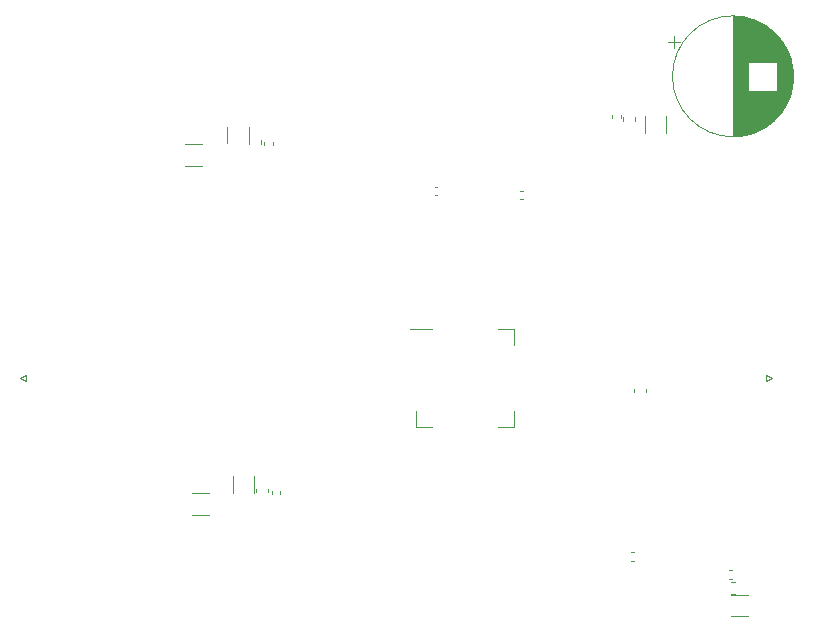
<source format=gto>
G04 #@! TF.GenerationSoftware,KiCad,Pcbnew,(5.1.9)-1*
G04 #@! TF.CreationDate,2022-02-07T19:04:32+01:00*
G04 #@! TF.ProjectId,AmplificadorV2,416d706c-6966-4696-9361-646f7256322e,rev?*
G04 #@! TF.SameCoordinates,Original*
G04 #@! TF.FileFunction,Legend,Top*
G04 #@! TF.FilePolarity,Positive*
%FSLAX46Y46*%
G04 Gerber Fmt 4.6, Leading zero omitted, Abs format (unit mm)*
G04 Created by KiCad (PCBNEW (5.1.9)-1) date 2022-02-07 19:04:32*
%MOMM*%
%LPD*%
G01*
G04 APERTURE LIST*
%ADD10C,0.120000*%
G04 APERTURE END LIST*
D10*
X5831864Y24887600D02*
X4377736Y24887600D01*
X5831864Y23067600D02*
X4377736Y23067600D01*
X6416064Y-4652600D02*
X4961936Y-4652600D01*
X6416064Y-6472600D02*
X4961936Y-6472600D01*
X54092400Y5105400D02*
X53592400Y5355400D01*
X53592400Y5355400D02*
X53592400Y4855400D01*
X53592400Y4855400D02*
X54092400Y5105400D01*
X-9566200Y5105400D02*
X-9066200Y4855400D01*
X-9066200Y4855400D02*
X-9066200Y5355400D01*
X-9066200Y5355400D02*
X-9566200Y5105400D01*
X45805754Y34007400D02*
X45805754Y33007400D01*
X45305754Y33507400D02*
X46305754Y33507400D01*
X55866400Y31231400D02*
X55866400Y30033400D01*
X55826400Y31494400D02*
X55826400Y29770400D01*
X55786400Y31694400D02*
X55786400Y29570400D01*
X55746400Y31862400D02*
X55746400Y29402400D01*
X55706400Y32010400D02*
X55706400Y29254400D01*
X55666400Y32142400D02*
X55666400Y29122400D01*
X55626400Y32262400D02*
X55626400Y29002400D01*
X55586400Y32374400D02*
X55586400Y28890400D01*
X55546400Y32478400D02*
X55546400Y28786400D01*
X55506400Y32576400D02*
X55506400Y28688400D01*
X55466400Y32669400D02*
X55466400Y28595400D01*
X55426400Y32757400D02*
X55426400Y28507400D01*
X55386400Y32841400D02*
X55386400Y28423400D01*
X55346400Y32921400D02*
X55346400Y28343400D01*
X55306400Y32997400D02*
X55306400Y28267400D01*
X55266400Y33071400D02*
X55266400Y28193400D01*
X55226400Y33142400D02*
X55226400Y28122400D01*
X55186400Y33211400D02*
X55186400Y28053400D01*
X55146400Y33277400D02*
X55146400Y27987400D01*
X55106400Y33341400D02*
X55106400Y27923400D01*
X55066400Y33402400D02*
X55066400Y27862400D01*
X55026400Y33462400D02*
X55026400Y27802400D01*
X54986400Y33521400D02*
X54986400Y27743400D01*
X54946400Y33577400D02*
X54946400Y27687400D01*
X54906400Y33632400D02*
X54906400Y27632400D01*
X54866400Y33686400D02*
X54866400Y27578400D01*
X54826400Y33738400D02*
X54826400Y27526400D01*
X54786400Y33788400D02*
X54786400Y27476400D01*
X54746400Y33838400D02*
X54746400Y27426400D01*
X54706400Y33886400D02*
X54706400Y27378400D01*
X54666400Y33933400D02*
X54666400Y27331400D01*
X54626400Y33979400D02*
X54626400Y27285400D01*
X54586400Y34024400D02*
X54586400Y27240400D01*
X54546400Y34068400D02*
X54546400Y27196400D01*
X54506400Y29391400D02*
X54506400Y27154400D01*
X54506400Y34110400D02*
X54506400Y31873400D01*
X54466400Y29391400D02*
X54466400Y27112400D01*
X54466400Y34152400D02*
X54466400Y31873400D01*
X54426400Y29391400D02*
X54426400Y27071400D01*
X54426400Y34193400D02*
X54426400Y31873400D01*
X54386400Y29391400D02*
X54386400Y27031400D01*
X54386400Y34233400D02*
X54386400Y31873400D01*
X54346400Y29391400D02*
X54346400Y26992400D01*
X54346400Y34272400D02*
X54346400Y31873400D01*
X54306400Y29391400D02*
X54306400Y26953400D01*
X54306400Y34311400D02*
X54306400Y31873400D01*
X54266400Y29391400D02*
X54266400Y26916400D01*
X54266400Y34348400D02*
X54266400Y31873400D01*
X54226400Y29391400D02*
X54226400Y26879400D01*
X54226400Y34385400D02*
X54226400Y31873400D01*
X54186400Y29391400D02*
X54186400Y26843400D01*
X54186400Y34421400D02*
X54186400Y31873400D01*
X54146400Y29391400D02*
X54146400Y26808400D01*
X54146400Y34456400D02*
X54146400Y31873400D01*
X54106400Y29391400D02*
X54106400Y26774400D01*
X54106400Y34490400D02*
X54106400Y31873400D01*
X54066400Y29391400D02*
X54066400Y26740400D01*
X54066400Y34524400D02*
X54066400Y31873400D01*
X54026400Y29391400D02*
X54026400Y26707400D01*
X54026400Y34557400D02*
X54026400Y31873400D01*
X53986400Y29391400D02*
X53986400Y26675400D01*
X53986400Y34589400D02*
X53986400Y31873400D01*
X53946400Y29391400D02*
X53946400Y26643400D01*
X53946400Y34621400D02*
X53946400Y31873400D01*
X53906400Y29391400D02*
X53906400Y26612400D01*
X53906400Y34652400D02*
X53906400Y31873400D01*
X53866400Y29391400D02*
X53866400Y26582400D01*
X53866400Y34682400D02*
X53866400Y31873400D01*
X53826400Y29391400D02*
X53826400Y26552400D01*
X53826400Y34712400D02*
X53826400Y31873400D01*
X53786400Y29391400D02*
X53786400Y26522400D01*
X53786400Y34742400D02*
X53786400Y31873400D01*
X53746400Y29391400D02*
X53746400Y26494400D01*
X53746400Y34770400D02*
X53746400Y31873400D01*
X53706400Y29391400D02*
X53706400Y26466400D01*
X53706400Y34798400D02*
X53706400Y31873400D01*
X53666400Y29391400D02*
X53666400Y26438400D01*
X53666400Y34826400D02*
X53666400Y31873400D01*
X53626400Y29391400D02*
X53626400Y26411400D01*
X53626400Y34853400D02*
X53626400Y31873400D01*
X53586400Y29391400D02*
X53586400Y26385400D01*
X53586400Y34879400D02*
X53586400Y31873400D01*
X53546400Y29391400D02*
X53546400Y26359400D01*
X53546400Y34905400D02*
X53546400Y31873400D01*
X53506400Y29391400D02*
X53506400Y26334400D01*
X53506400Y34930400D02*
X53506400Y31873400D01*
X53466400Y29391400D02*
X53466400Y26309400D01*
X53466400Y34955400D02*
X53466400Y31873400D01*
X53426400Y29391400D02*
X53426400Y26285400D01*
X53426400Y34979400D02*
X53426400Y31873400D01*
X53386400Y29391400D02*
X53386400Y26261400D01*
X53386400Y35003400D02*
X53386400Y31873400D01*
X53346400Y29391400D02*
X53346400Y26237400D01*
X53346400Y35027400D02*
X53346400Y31873400D01*
X53306400Y29391400D02*
X53306400Y26215400D01*
X53306400Y35049400D02*
X53306400Y31873400D01*
X53266400Y29391400D02*
X53266400Y26192400D01*
X53266400Y35072400D02*
X53266400Y31873400D01*
X53226400Y29391400D02*
X53226400Y26170400D01*
X53226400Y35094400D02*
X53226400Y31873400D01*
X53186400Y29391400D02*
X53186400Y26149400D01*
X53186400Y35115400D02*
X53186400Y31873400D01*
X53146400Y29391400D02*
X53146400Y26128400D01*
X53146400Y35136400D02*
X53146400Y31873400D01*
X53106400Y29391400D02*
X53106400Y26107400D01*
X53106400Y35157400D02*
X53106400Y31873400D01*
X53066400Y29391400D02*
X53066400Y26087400D01*
X53066400Y35177400D02*
X53066400Y31873400D01*
X53026400Y29391400D02*
X53026400Y26068400D01*
X53026400Y35196400D02*
X53026400Y31873400D01*
X52986400Y29391400D02*
X52986400Y26048400D01*
X52986400Y35216400D02*
X52986400Y31873400D01*
X52946400Y29391400D02*
X52946400Y26029400D01*
X52946400Y35235400D02*
X52946400Y31873400D01*
X52906400Y29391400D02*
X52906400Y26011400D01*
X52906400Y35253400D02*
X52906400Y31873400D01*
X52866400Y29391400D02*
X52866400Y25993400D01*
X52866400Y35271400D02*
X52866400Y31873400D01*
X52826400Y29391400D02*
X52826400Y25975400D01*
X52826400Y35289400D02*
X52826400Y31873400D01*
X52786400Y29391400D02*
X52786400Y25958400D01*
X52786400Y35306400D02*
X52786400Y31873400D01*
X52746400Y29391400D02*
X52746400Y25942400D01*
X52746400Y35322400D02*
X52746400Y31873400D01*
X52706400Y29391400D02*
X52706400Y25925400D01*
X52706400Y35339400D02*
X52706400Y31873400D01*
X52666400Y29391400D02*
X52666400Y25909400D01*
X52666400Y35355400D02*
X52666400Y31873400D01*
X52626400Y29391400D02*
X52626400Y25894400D01*
X52626400Y35370400D02*
X52626400Y31873400D01*
X52586400Y29391400D02*
X52586400Y25878400D01*
X52586400Y35386400D02*
X52586400Y31873400D01*
X52546400Y29391400D02*
X52546400Y25864400D01*
X52546400Y35400400D02*
X52546400Y31873400D01*
X52506400Y29391400D02*
X52506400Y25849400D01*
X52506400Y35415400D02*
X52506400Y31873400D01*
X52466400Y29391400D02*
X52466400Y25835400D01*
X52466400Y35429400D02*
X52466400Y31873400D01*
X52426400Y29391400D02*
X52426400Y25821400D01*
X52426400Y35443400D02*
X52426400Y31873400D01*
X52386400Y29391400D02*
X52386400Y25808400D01*
X52386400Y35456400D02*
X52386400Y31873400D01*
X52346400Y29391400D02*
X52346400Y25795400D01*
X52346400Y35469400D02*
X52346400Y31873400D01*
X52306400Y29391400D02*
X52306400Y25782400D01*
X52306400Y35482400D02*
X52306400Y31873400D01*
X52266400Y29391400D02*
X52266400Y25770400D01*
X52266400Y35494400D02*
X52266400Y31873400D01*
X52226400Y29391400D02*
X52226400Y25758400D01*
X52226400Y35506400D02*
X52226400Y31873400D01*
X52186400Y29391400D02*
X52186400Y25747400D01*
X52186400Y35517400D02*
X52186400Y31873400D01*
X52146400Y29391400D02*
X52146400Y25735400D01*
X52146400Y35529400D02*
X52146400Y31873400D01*
X52106400Y29391400D02*
X52106400Y25725400D01*
X52106400Y35539400D02*
X52106400Y31873400D01*
X52066400Y29391400D02*
X52066400Y25714400D01*
X52066400Y35550400D02*
X52066400Y31873400D01*
X52026400Y35560400D02*
X52026400Y25704400D01*
X51986400Y35570400D02*
X51986400Y25694400D01*
X51946400Y35579400D02*
X51946400Y25685400D01*
X51906400Y35588400D02*
X51906400Y25676400D01*
X51866400Y35597400D02*
X51866400Y25667400D01*
X51826400Y35606400D02*
X51826400Y25658400D01*
X51786400Y35614400D02*
X51786400Y25650400D01*
X51746400Y35622400D02*
X51746400Y25642400D01*
X51706400Y35629400D02*
X51706400Y25635400D01*
X51666400Y35636400D02*
X51666400Y25628400D01*
X51626400Y35643400D02*
X51626400Y25621400D01*
X51586400Y35650400D02*
X51586400Y25614400D01*
X51546400Y35656400D02*
X51546400Y25608400D01*
X51506400Y35662400D02*
X51506400Y25602400D01*
X51465400Y35667400D02*
X51465400Y25597400D01*
X51425400Y35672400D02*
X51425400Y25592400D01*
X51385400Y35677400D02*
X51385400Y25587400D01*
X51345400Y35682400D02*
X51345400Y25582400D01*
X51305400Y35686400D02*
X51305400Y25578400D01*
X51265400Y35690400D02*
X51265400Y25574400D01*
X51225400Y35694400D02*
X51225400Y25570400D01*
X51185400Y35697400D02*
X51185400Y25567400D01*
X51145400Y35700400D02*
X51145400Y25564400D01*
X51105400Y35702400D02*
X51105400Y25562400D01*
X51065400Y35705400D02*
X51065400Y25559400D01*
X51025400Y35707400D02*
X51025400Y25557400D01*
X50985400Y35709400D02*
X50985400Y25555400D01*
X50945400Y35710400D02*
X50945400Y25554400D01*
X50905400Y35711400D02*
X50905400Y25553400D01*
X50865400Y35712400D02*
X50865400Y25552400D01*
X50825400Y35712400D02*
X50825400Y25552400D01*
X50785400Y35712400D02*
X50785400Y25552400D01*
X55905400Y30632400D02*
G75*
G03*
X55905400Y30632400I-5120000J0D01*
G01*
X42441400Y4183767D02*
X42441400Y3891233D01*
X43461400Y4183767D02*
X43461400Y3891233D01*
X50634448Y-15083200D02*
X52056952Y-15083200D01*
X50634448Y-13263200D02*
X52056952Y-13263200D01*
X50629433Y-13184600D02*
X50921967Y-13184600D01*
X50629433Y-12164600D02*
X50921967Y-12164600D01*
X10257200Y-4622852D02*
X10257200Y-3200348D01*
X8437200Y-4622852D02*
X8437200Y-3200348D01*
X12450400Y-4713235D02*
X12450400Y-4481565D01*
X11730400Y-4713235D02*
X11730400Y-4481565D01*
X10822400Y24924633D02*
X10822400Y25217167D01*
X9802400Y24924633D02*
X9802400Y25217167D01*
X40559400Y27361335D02*
X40559400Y27129665D01*
X41279400Y27361335D02*
X41279400Y27129665D01*
X42191865Y-10367600D02*
X42423535Y-10367600D01*
X42191865Y-9647600D02*
X42423535Y-9647600D01*
X25769835Y21289600D02*
X25538165Y21289600D01*
X25769835Y20569600D02*
X25538165Y20569600D01*
X11815400Y24843665D02*
X11815400Y25075335D01*
X11095400Y24843665D02*
X11095400Y25075335D01*
X50497665Y-11917000D02*
X50729335Y-11917000D01*
X50497665Y-11197000D02*
X50729335Y-11197000D01*
X33025535Y20934000D02*
X32793865Y20934000D01*
X33025535Y20214000D02*
X32793865Y20214000D01*
X11432000Y-4591267D02*
X11432000Y-4298733D01*
X10412000Y-4591267D02*
X10412000Y-4298733D01*
X41476200Y27171867D02*
X41476200Y26879333D01*
X42496200Y27171867D02*
X42496200Y26879333D01*
X43311400Y27254252D02*
X43311400Y25831748D01*
X45131400Y27254252D02*
X45131400Y25831748D01*
X9774600Y24942748D02*
X9774600Y26365252D01*
X7954600Y24942748D02*
X7954600Y26365252D01*
X30938400Y9204600D02*
X32288400Y9204600D01*
X32288400Y9204600D02*
X32288400Y7854600D01*
X30938400Y904600D02*
X32288400Y904600D01*
X32288400Y904600D02*
X32288400Y2254600D01*
X25338400Y904600D02*
X23988400Y904600D01*
X23988400Y904600D02*
X23988400Y2254600D01*
X25338400Y9204600D02*
X23413400Y9204600D01*
M02*

</source>
